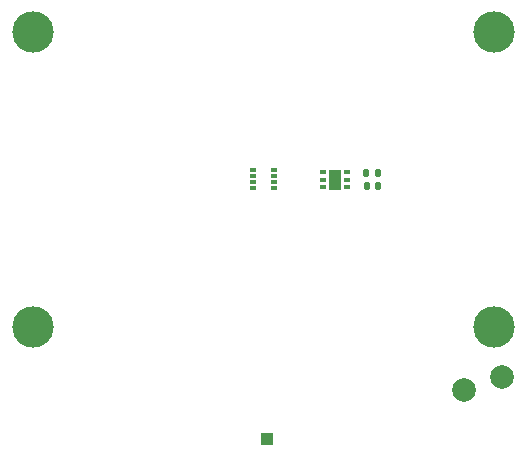
<source format=gts>
G04 #@! TF.GenerationSoftware,KiCad,Pcbnew,7.0.2*
G04 #@! TF.CreationDate,2023-06-06T15:19:24-04:00*
G04 #@! TF.ProjectId,ExternalFaces,45787465-726e-4616-9c46-616365732e6b,rev?*
G04 #@! TF.SameCoordinates,Original*
G04 #@! TF.FileFunction,Soldermask,Top*
G04 #@! TF.FilePolarity,Negative*
%FSLAX46Y46*%
G04 Gerber Fmt 4.6, Leading zero omitted, Abs format (unit mm)*
G04 Created by KiCad (PCBNEW 7.0.2) date 2023-06-06 15:19:24*
%MOMM*%
%LPD*%
G01*
G04 APERTURE LIST*
G04 Aperture macros list*
%AMRoundRect*
0 Rectangle with rounded corners*
0 $1 Rounding radius*
0 $2 $3 $4 $5 $6 $7 $8 $9 X,Y pos of 4 corners*
0 Add a 4 corners polygon primitive as box body*
4,1,4,$2,$3,$4,$5,$6,$7,$8,$9,$2,$3,0*
0 Add four circle primitives for the rounded corners*
1,1,$1+$1,$2,$3*
1,1,$1+$1,$4,$5*
1,1,$1+$1,$6,$7*
1,1,$1+$1,$8,$9*
0 Add four rect primitives between the rounded corners*
20,1,$1+$1,$2,$3,$4,$5,0*
20,1,$1+$1,$4,$5,$6,$7,0*
20,1,$1+$1,$6,$7,$8,$9,0*
20,1,$1+$1,$8,$9,$2,$3,0*%
G04 Aperture macros list end*
%ADD10RoundRect,0.140000X0.140000X0.170000X-0.140000X0.170000X-0.140000X-0.170000X0.140000X-0.170000X0*%
%ADD11R,0.620000X0.300000*%
%ADD12R,0.600000X0.350000*%
%ADD13R,1.100000X1.700000*%
%ADD14C,3.500000*%
%ADD15R,1.000000X1.000000*%
%ADD16C,2.000000*%
G04 APERTURE END LIST*
D10*
X139160000Y-96200000D03*
X138200000Y-96200000D03*
D11*
X130400000Y-97400000D03*
X130400000Y-96900000D03*
X130400000Y-96400000D03*
X130400000Y-95900000D03*
X128580000Y-95900000D03*
X128580000Y-96400000D03*
X128580000Y-96900000D03*
X128580000Y-97400000D03*
D12*
X134500000Y-96075000D03*
X134500000Y-96725000D03*
X134500000Y-97375000D03*
X136600000Y-97375000D03*
X136600000Y-96725000D03*
X136600000Y-96075000D03*
D13*
X135550000Y-96725000D03*
D10*
X139180000Y-97300000D03*
X138220000Y-97300000D03*
D14*
X149000000Y-84200000D03*
X110000000Y-84200000D03*
D15*
X129800000Y-118700000D03*
D14*
X149000000Y-109200000D03*
X110000000Y-109200000D03*
D16*
X146500000Y-114500000D03*
X149700000Y-113400000D03*
M02*

</source>
